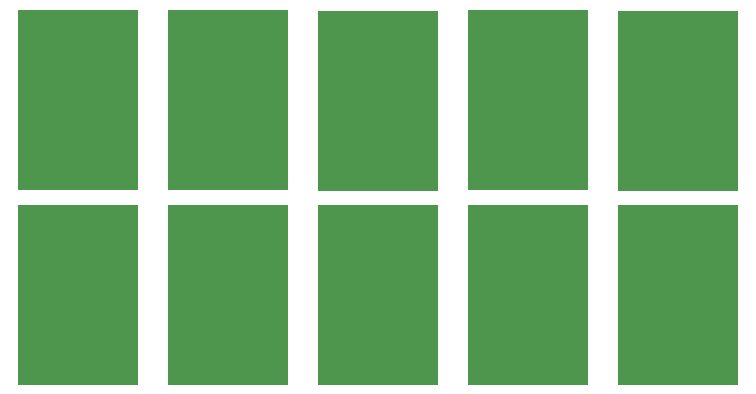
<source format=gtp>
G04 Layer_Color=8421504*
%FSAX24Y24*%
%MOIN*%
G70*
G01*
G75*
%ADD10R,0.4000X0.6000*%
D10*
X051250Y038450D02*
D03*
X051250Y032000D02*
D03*
X046250Y032000D02*
D03*
X041250Y032000D02*
D03*
X031250Y032000D02*
D03*
X036250Y032000D02*
D03*
X036250Y038500D02*
D03*
X031250Y038500D02*
D03*
X041250Y038450D02*
D03*
X046250Y038500D02*
D03*
M02*

</source>
